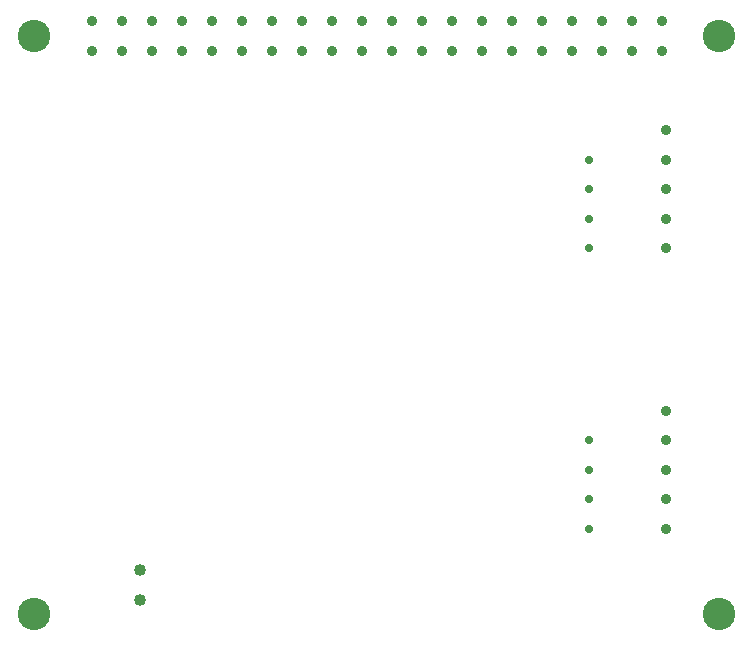
<source format=gbr>
%TF.GenerationSoftware,Altium Limited,Altium Designer,23.6.0 (18)*%
G04 Layer_Color=0*
%FSLAX26Y26*%
%MOIN*%
%TF.SameCoordinates,30E3F9D9-9B49-4D85-A541-89FB00A1F4BC*%
%TF.FilePolarity,Positive*%
%TF.FileFunction,Plated,1,2,PTH,Drill*%
%TF.Part,Single*%
G01*
G75*
%TA.AperFunction,ComponentDrill*%
%ADD35C,0.035433*%
%ADD36C,0.040157*%
%ADD37C,0.035433*%
%TA.AperFunction,OtherDrill,Free Pad (3070.866mil,787.402mil)*%
%ADD38C,0.108268*%
%TA.AperFunction,OtherDrill,Free Pad (3070.866mil,2716.535mil)*%
%ADD39C,0.108268*%
%TA.AperFunction,OtherDrill,Free Pad (787.402mil,787.402mil)*%
%ADD40C,0.108268*%
%TA.AperFunction,OtherDrill,Free Pad (787.402mil,2716.535mil)*%
%ADD41C,0.108268*%
%TA.AperFunction,ViaDrill,NotFilled*%
%ADD42C,0.028000*%
D35*
X979134Y2666535D02*
D03*
Y2766535D02*
D03*
X1079134Y2666535D02*
D03*
Y2766535D02*
D03*
X1179134Y2666535D02*
D03*
Y2766535D02*
D03*
X1279134Y2666535D02*
D03*
Y2766535D02*
D03*
X1379134Y2666535D02*
D03*
Y2766535D02*
D03*
X1479134Y2666535D02*
D03*
Y2766535D02*
D03*
X1579134Y2666535D02*
D03*
Y2766535D02*
D03*
X1679134Y2666535D02*
D03*
Y2766535D02*
D03*
X1779134Y2666535D02*
D03*
Y2766535D02*
D03*
X1879134Y2666535D02*
D03*
Y2766535D02*
D03*
X1979134Y2666535D02*
D03*
Y2766535D02*
D03*
X2079134Y2666535D02*
D03*
Y2766535D02*
D03*
X2179134Y2666535D02*
D03*
Y2766535D02*
D03*
X2279134Y2666535D02*
D03*
Y2766535D02*
D03*
X2379134Y2666535D02*
D03*
Y2766535D02*
D03*
X2479134Y2666535D02*
D03*
Y2766535D02*
D03*
X2879134D02*
D03*
Y2666535D02*
D03*
X2779134Y2766535D02*
D03*
Y2666535D02*
D03*
X2679134Y2766535D02*
D03*
Y2666535D02*
D03*
X2579134Y2766535D02*
D03*
Y2666535D02*
D03*
D36*
X1141732Y935827D02*
D03*
Y835827D02*
D03*
D37*
X2893701Y1072834D02*
D03*
Y1171260D02*
D03*
Y1269685D02*
D03*
Y1368110D02*
D03*
Y1466535D02*
D03*
Y2007874D02*
D03*
Y2106299D02*
D03*
Y2204724D02*
D03*
Y2303149D02*
D03*
Y2401575D02*
D03*
D38*
X3070866Y787402D02*
D03*
D39*
Y2716535D02*
D03*
D40*
X787402Y787402D02*
D03*
D41*
Y2716535D02*
D03*
D42*
X2637795Y1072835D02*
D03*
Y1171260D02*
D03*
Y1269685D02*
D03*
Y1368110D02*
D03*
Y2007874D02*
D03*
Y2106299D02*
D03*
Y2204724D02*
D03*
Y2303150D02*
D03*
%TF.MD5,f60b9add4d1fa8ee98f06fb7473ef983*%
M02*

</source>
